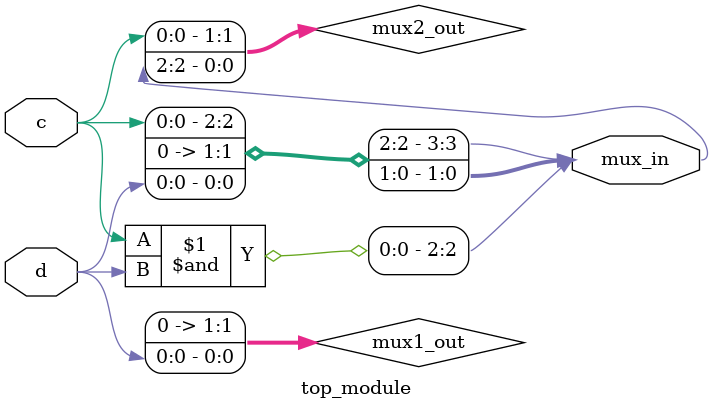
<source format=sv>
module top_module (
    input c,
    input d,
    output [3:0] mux_in
);

    wire [1:0] mux1_out;
    wire [1:0] mux2_out;

    // Implement the Karnaugh map using 2-to-1 multiplexers
    assign mux1_out[0] = d;
    assign mux1_out[1] = 1'b0;

    assign mux2_out[0] = c & d;
    assign mux2_out[1] = c;

    // Combine the outputs of the 2-to-1 multiplexers into the 4-to-1 multiplexer inputs
    assign mux_in[0] = mux1_out[0];
    assign mux_in[1] = mux1_out[1];
    assign mux_in[2] = mux2_out[0];
    assign mux_in[3] = mux2_out[1];

endmodule

</source>
